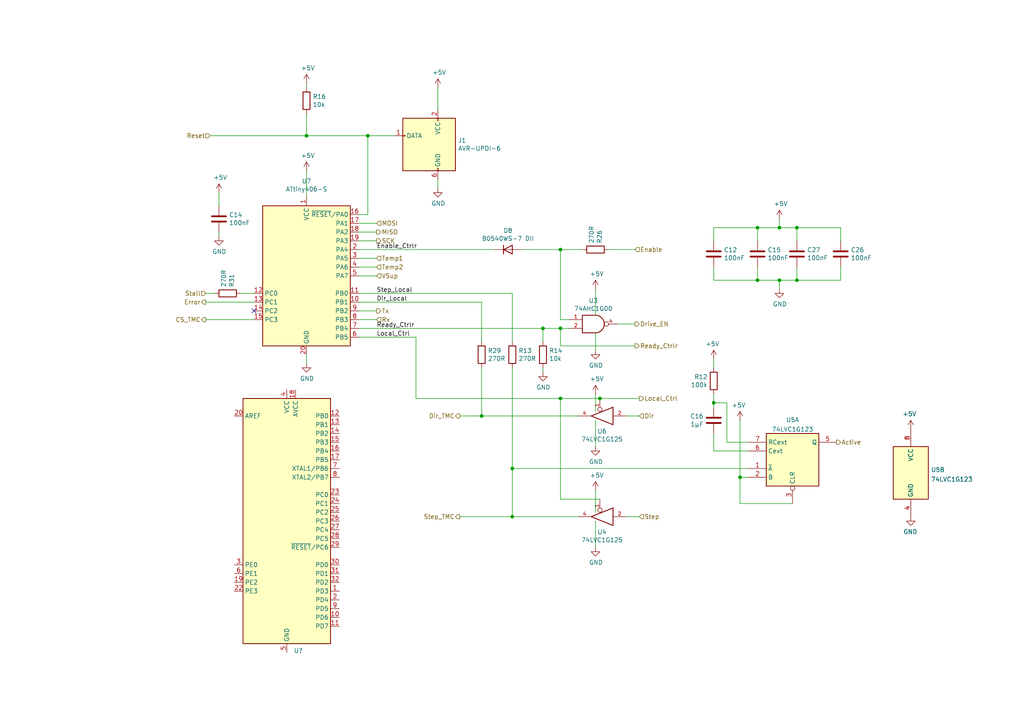
<source format=kicad_sch>
(kicad_sch (version 20211123) (generator eeschema)
  (paper "A4")
  (title_block (title "High Power Stepper Driver") (date "2019-12-19") (rev "1.0") (company "fordprfkt@googlemail.com") (comment 1 "Daniel Walter"))
  (lib_symbols
    (symbol "74xGxx:74AHC1G00" (pin_names (offset 1.016))
      (property "Reference" "U" (at -2.54 3.81 0))
      (property "Value" "74AHC1G00" (at 0 -3.81 0))
      (symbol "74AHC1G00_0_1"
        (arc (start 0 -2.54) (mid 2.54 0) (end 0 2.54) (stroke (width 0.254)))
        (polyline (pts (xy 0 -2.54) (xy -3.81 -2.54) (xy -3.81 2.54) (xy 0 2.54)) (stroke (width 0.254)))
      )
      (symbol "74AHC1G00_1_1"
        (pin input line (at -7.62 1.27 0) (length 3.81) (name "~") (number "1"))
        (pin input line (at -7.62 -1.27 0) (length 3.81) (name "~") (number "2"))
        (pin power_in line (at 0 -2.54 270) (length 0) hide (name "GND") (number "3"))
        (pin output inverted (at 6.35 0 180) (length 3.81) (name "~") (number "4"))
        (pin power_in line (at 0 2.54 90) (length 0) hide (name "VCC") (number "5"))
      )
    )
    (symbol "74xGxx:74LVC1G123"
      (property "Reference" "U" (at -5.08 8.89 0))
      (property "Value" "74LVC1G123" (at -1.27 8.89 0))
      (symbol "74LVC1G123_1_1"
        (rectangle (start -7.62 7.62) (end 7.62 -7.62) (stroke (width 0.254)) (fill (type background)))
        (pin input line (at -12.7 -2.54 0) (length 5.08) (name "~{A}") (number "1"))
        (pin input line (at -12.7 -5.08 0) (length 5.08) (name "B") (number "2"))
        (pin input inverted (at 0 -12.7 90) (length 5.08) (name "CLR") (number "3"))
        (pin output line (at 12.7 5.08 180) (length 5.08) (name "Q") (number "5"))
        (pin input line (at -12.7 2.54 0) (length 5.08) (name "Cext") (number "6"))
        (pin input line (at -12.7 5.08 0) (length 5.08) (name "RCext") (number "7"))
      )
      (symbol "74LVC1G123_2_1"
        (rectangle (start -5.08 7.62) (end 5.08 -7.62) (stroke (width 0.254)) (fill (type background)))
        (pin power_in line (at 0 -12.7 90) (length 5.08) (name "GND") (number "4"))
        (pin power_in line (at 0 12.7 270) (length 5.08) (name "VCC") (number "8"))
      )
    )
    (symbol "74xGxx:74LVC1G125" (pin_names (offset 1.016))
      (property "Reference" "U" (at -2.54 3.81 0))
      (property "Value" "74LVC1G125" (at 0 -3.81 0))
      (symbol "74LVC1G125_0_1"
        (polyline (pts (xy -3.81 2.54) (xy -3.81 -2.54) (xy 2.54 0) (xy -3.81 2.54)) (stroke (width 0.254)))
      )
      (symbol "74LVC1G125_1_1"
        (pin input inverted (at 0 5.08 270) (length 3.81) (name "~") (number "1"))
        (pin input line (at -7.62 0 0) (length 3.81) (name "~") (number "2"))
        (pin power_in line (at 1.27 -1.27 270) (length 0) hide (name "GND") (number "3"))
        (pin tri_state line (at 6.35 0 180) (length 3.81) (name "~") (number "4"))
        (pin power_in line (at 1.27 1.27 90) (length 0) hide (name "VCC") (number "5"))
      )
    )
    (symbol "Connector:AVR-UPDI-6" (pin_names (offset 1.016))
      (property "Reference" "J" (at -6.35 8.89 0))
      (property "Value" "AVR-UPDI-6" (at 0 8.89 0))
      (symbol "AVR-UPDI-6_0_1"
        (rectangle (start -2.667 -6.858) (end -2.413 -7.62))
        (rectangle (start -2.667 7.62) (end -2.413 6.858))
        (rectangle (start 7.62 2.667) (end 6.858 2.413))
        (rectangle (start 7.62 7.62) (end -7.62 -7.62) (stroke (width 0.254)) (fill (type background)))
      )
      (symbol "AVR-UPDI-6_1_1"
        (pin passive line (at 10.16 2.54 180) (length 2.54) (name "DATA") (number "1"))
        (pin passive line (at -2.54 10.16 270) (length 2.54) (name "VCC") (number "2"))
        (pin no_connect line (at 7.62 0 180) (length 2.54) hide (name "NC") (number "3"))
        (pin no_connect line (at 7.62 -2.54 180) (length 2.54) hide (name "NC") (number "4"))
        (pin no_connect line (at 7.62 -5.08 180) (length 2.54) hide (name "NC") (number "5"))
        (pin passive line (at -2.54 -10.16 90) (length 2.54) (name "GND") (number "6"))
      )
    )
    (symbol "Device:C" (pin_numbers hide) (pin_names (offset 0.254))
      (property "Reference" "C" (at 0.635 2.54 0))
      (property "Value" "C" (at 0.635 -2.54 0))
      (symbol "C_0_1"
        (polyline (pts (xy -2.032 -0.762) (xy 2.032 -0.762)) (stroke (width 0.508)))
        (polyline (pts (xy -2.032 0.762) (xy 2.032 0.762)) (stroke (width 0.508)))
      )
      (symbol "C_1_1"
        (pin passive line (at 0 3.81 270) (length 2.794) (name "~") (number "1"))
        (pin passive line (at 0 -3.81 90) (length 2.794) (name "~") (number "2"))
      )
    )
    (symbol "Device:D" (pin_numbers hide) (pin_names (offset 1.016) hide)
      (property "Reference" "D" (at 0 2.54 0))
      (property "Value" "D" (at 0 -2.54 0))
      (symbol "D_0_1"
        (polyline (pts (xy -1.27 1.27) (xy -1.27 -1.27)) (stroke (width 0.254)))
        (polyline (pts (xy 1.27 0) (xy -1.27 0)))
        (polyline (pts (xy 1.27 1.27) (xy 1.27 -1.27) (xy -1.27 0) (xy 1.27 1.27)) (stroke (width 0.254)))
      )
      (symbol "D_1_1"
        (pin passive line (at -3.81 0 0) (length 2.54) (name "K") (number "1"))
        (pin passive line (at 3.81 0 180) (length 2.54) (name "A") (number "2"))
      )
    )
    (symbol "Device:R" (pin_numbers hide) (pin_names (offset 0))
      (property "Reference" "R" (at 2.032 0 90))
      (property "Value" "R" (at 0 0 90))
      (symbol "R_0_1"
        (rectangle (start -1.016 -2.54) (end 1.016 2.54) (stroke (width 0.254)))
      )
      (symbol "R_1_1"
        (pin passive line (at 0 3.81 270) (length 1.27) (name "~") (number "1"))
        (pin passive line (at 0 -3.81 90) (length 1.27) (name "~") (number "2"))
      )
    )
    (symbol "MCU_Microchip_ATmega:ATmega328PB-A"
      (property "Reference" "U" (at -12.7 36.83 0))
      (property "Value" "ATmega328PB-A" (at 2.54 -36.83 0))
      (symbol "ATmega328PB-A_0_1"
        (rectangle (start -12.7 -35.56) (end 12.7 35.56) (stroke (width 0.254)) (fill (type background)))
      )
      (symbol "ATmega328PB-A_1_1"
        (pin bidirectional line (at 15.24 -20.32 180) (length 2.54) (name "PD3") (number "1"))
        (pin bidirectional line (at 15.24 -27.94 180) (length 2.54) (name "PD6") (number "10"))
        (pin bidirectional line (at 15.24 -30.48 180) (length 2.54) (name "PD7") (number "11"))
        (pin bidirectional line (at 15.24 30.48 180) (length 2.54) (name "PB0") (number "12"))
        (pin bidirectional line (at 15.24 27.94 180) (length 2.54) (name "PB1") (number "13"))
        (pin bidirectional line (at 15.24 25.4 180) (length 2.54) (name "PB2") (number "14"))
        (pin bidirectional line (at 15.24 22.86 180) (length 2.54) (name "PB3") (number "15"))
        (pin bidirectional line (at 15.24 20.32 180) (length 2.54) (name "PB4") (number "16"))
        (pin bidirectional line (at 15.24 17.78 180) (length 2.54) (name "PB5") (number "17"))
        (pin power_in line (at 2.54 38.1 270) (length 2.54) (name "AVCC") (number "18"))
        (pin bidirectional line (at -15.24 -17.78 0) (length 2.54) (name "PE2") (number "19"))
        (pin bidirectional line (at 15.24 -22.86 180) (length 2.54) (name "PD4") (number "2"))
        (pin passive line (at -15.24 30.48 0) (length 2.54) (name "AREF") (number "20"))
        (pin passive line (at 0 -38.1 90) (length 2.54) hide (name "GND") (number "21"))
        (pin bidirectional line (at -15.24 -20.32 0) (length 2.54) (name "PE3") (number "22"))
        (pin bidirectional line (at 15.24 7.62 180) (length 2.54) (name "PC0") (number "23"))
        (pin bidirectional line (at 15.24 5.08 180) (length 2.54) (name "PC1") (number "24"))
        (pin bidirectional line (at 15.24 2.54 180) (length 2.54) (name "PC2") (number "25"))
        (pin bidirectional line (at 15.24 0 180) (length 2.54) (name "PC3") (number "26"))
        (pin bidirectional line (at 15.24 -2.54 180) (length 2.54) (name "PC4") (number "27"))
        (pin bidirectional line (at 15.24 -5.08 180) (length 2.54) (name "PC5") (number "28"))
        (pin bidirectional line (at 15.24 -7.62 180) (length 2.54) (name "~{RESET}/PC6") (number "29"))
        (pin bidirectional line (at -15.24 -12.7 0) (length 2.54) (name "PE0") (number "3"))
        (pin bidirectional line (at 15.24 -12.7 180) (length 2.54) (name "PD0") (number "30"))
        (pin bidirectional line (at 15.24 -15.24 180) (length 2.54) (name "PD1") (number "31"))
        (pin bidirectional line (at 15.24 -17.78 180) (length 2.54) (name "PD2") (number "32"))
        (pin power_in line (at 0 38.1 270) (length 2.54) (name "VCC") (number "4"))
        (pin power_in line (at 0 -38.1 90) (length 2.54) (name "GND") (number "5"))
        (pin bidirectional line (at -15.24 -15.24 0) (length 2.54) (name "PE1") (number "6"))
        (pin bidirectional line (at 15.24 15.24 180) (length 2.54) (name "XTAL1/PB6") (number "7"))
        (pin bidirectional line (at 15.24 12.7 180) (length 2.54) (name "XTAL2/PB7") (number "8"))
        (pin bidirectional line (at 15.24 -25.4 180) (length 2.54) (name "PD5") (number "9"))
      )
    )
    (symbol "MCU_Microchip_ATtiny:ATtiny406-S"
      (property "Reference" "U" (at -12.7 21.59 0))
      (property "Value" "ATtiny406-S" (at 2.54 -21.59 0))
      (symbol "ATtiny406-S_0_1"
        (rectangle (start -12.7 -20.32) (end 12.7 20.32) (stroke (width 0.254)) (fill (type background)))
      )
      (symbol "ATtiny406-S_1_1"
        (pin power_in line (at 0 22.86 270) (length 2.54) (name "VCC") (number "1"))
        (pin bidirectional line (at 15.24 -7.62 180) (length 2.54) (name "PB1") (number "10"))
        (pin bidirectional line (at 15.24 -5.08 180) (length 2.54) (name "PB0") (number "11"))
        (pin bidirectional line (at -15.24 -5.08 0) (length 2.54) (name "PC0") (number "12"))
        (pin bidirectional line (at -15.24 -7.62 0) (length 2.54) (name "PC1") (number "13"))
        (pin bidirectional line (at -15.24 -10.16 0) (length 2.54) (name "PC2") (number "14"))
        (pin bidirectional line (at -15.24 -12.7 0) (length 2.54) (name "PC3") (number "15"))
        (pin bidirectional line (at 15.24 17.78 180) (length 2.54) (name "~{RESET}/PA0") (number "16"))
        (pin bidirectional line (at 15.24 15.24 180) (length 2.54) (name "PA1") (number "17"))
        (pin bidirectional line (at 15.24 12.7 180) (length 2.54) (name "PA2") (number "18"))
        (pin bidirectional line (at 15.24 10.16 180) (length 2.54) (name "PA3") (number "19"))
        (pin bidirectional line (at 15.24 7.62 180) (length 2.54) (name "PA4") (number "2"))
        (pin power_in line (at 0 -22.86 90) (length 2.54) (name "GND") (number "20"))
        (pin bidirectional line (at 15.24 5.08 180) (length 2.54) (name "PA5") (number "3"))
        (pin bidirectional line (at 15.24 2.54 180) (length 2.54) (name "PA6") (number "4"))
        (pin bidirectional line (at 15.24 0 180) (length 2.54) (name "PA7") (number "5"))
        (pin bidirectional line (at 15.24 -17.78 180) (length 2.54) (name "PB5") (number "6"))
        (pin bidirectional line (at 15.24 -15.24 180) (length 2.54) (name "PB4") (number "7"))
        (pin bidirectional line (at 15.24 -12.7 180) (length 2.54) (name "PB3") (number "8"))
        (pin bidirectional line (at 15.24 -10.16 180) (length 2.54) (name "PB2") (number "9"))
      )
    )
    (symbol "power:+5V" (power) (pin_names (offset 0))
      (property "Value" "+5V" (at 0 3.556 0))
      (symbol "+5V_0_1"
        (polyline (pts (xy -0.762 1.27) (xy 0 2.54)))
        (polyline (pts (xy 0 0) (xy 0 2.54)))
        (polyline (pts (xy 0 2.54) (xy 0.762 1.27)))
      )
      (symbol "+5V_1_1"
        (pin power_in line (at 0 0 90) (length 0) hide (name "+5V") (number "1"))
      )
    )
    (symbol "power:GND" (power) (pin_names (offset 0))
      (property "Value" "GND" (at 0 -3.81 0))
      (symbol "GND_0_1"
        (polyline (pts (xy 0 0) (xy 0 -1.27) (xy 1.27 -1.27) (xy 0 -2.54) (xy -1.27 -1.27) (xy 0 -1.27)))
      )
      (symbol "GND_1_1"
        (pin power_in line (at 0 0 270) (length 0) hide (name "GND") (number "1"))
      )
    )
  )
  (junction (at 139.7 120.65))
  (junction (at 162.56 95.25))
  (junction (at 226.06 66.04))
  (junction (at 157.48 95.25))
  (junction (at 106.68 39.37))
  (junction (at 226.06 81.28))
  (junction (at 88.9 39.37))
  (junction (at 207.01 116.84))
  (junction (at 214.63 138.43))
  (junction (at 231.14 66.04))
  (junction (at 148.59 135.89))
  (junction (at 219.71 66.04))
  (junction (at 162.56 115.57))
  (junction (at 219.71 81.28))
  (junction (at 173.99 115.57))
  (junction (at 162.56 72.39))
  (junction (at 148.59 149.86))
  (junction (at 231.14 81.28))
  (no_connect (at 73.66 90.17))
  (wire (pts (xy 179.07 93.98) (xy 184.15 93.98)))
  (wire (pts (xy 173.99 115.57) (xy 185.42 115.57)))
  (wire (pts (xy 162.56 100.33) (xy 184.15 100.33)))
  (wire (pts (xy 219.71 66.04) (xy 207.01 66.04)))
  (wire (pts (xy 157.48 99.06) (xy 157.48 95.25)))
  (wire (pts (xy 69.85 85.09) (xy 73.66 85.09)))
  (wire (pts (xy 219.71 81.28) (xy 207.01 81.28)))
  (wire (pts (xy 133.35 120.65) (xy 139.7 120.65)))
  (wire (pts (xy 127 54.61) (xy 127 52.07)))
  (wire (pts (xy 162.56 115.57) (xy 120.65 115.57)))
  (wire (pts (xy 207.01 130.81) (xy 207.01 125.73)))
  (wire (pts (xy 88.9 105.41) (xy 88.9 102.87)))
  (wire (pts (xy 162.56 72.39) (xy 168.91 72.39)))
  (wire (pts (xy 185.42 149.86) (xy 181.61 149.86)))
  (wire (pts (xy 173.99 144.78) (xy 162.56 144.78)))
  (wire (pts (xy 59.69 85.09) (xy 62.23 85.09)))
  (wire (pts (xy 127 31.75) (xy 127 25.4)))
  (wire (pts (xy 63.5 68.58) (xy 63.5 67.31)))
  (wire (pts (xy 226.06 81.28) (xy 219.71 81.28)))
  (wire (pts (xy 133.35 149.86) (xy 148.59 149.86)))
  (wire (pts (xy 172.72 119.38) (xy 172.72 114.3)))
  (wire (pts (xy 139.7 99.06) (xy 139.7 87.63)))
  (wire (pts (xy 172.72 91.44) (xy 172.72 83.82)))
  (wire (pts (xy 207.01 116.84) (xy 210.82 116.84)))
  (wire (pts (xy 226.06 66.04) (xy 219.71 66.04)))
  (wire (pts (xy 157.48 107.95) (xy 157.48 106.68)))
  (wire (pts (xy 120.65 97.79) (xy 120.65 115.57)))
  (wire (pts (xy 231.14 81.28) (xy 231.14 77.47)))
  (wire (pts (xy 231.14 66.04) (xy 226.06 66.04)))
  (wire (pts (xy 231.14 81.28) (xy 226.06 81.28)))
  (wire (pts (xy 148.59 135.89) (xy 217.17 135.89)))
  (wire (pts (xy 106.68 39.37) (xy 106.68 62.23)))
  (wire (pts (xy 60.96 39.37) (xy 88.9 39.37)))
  (wire (pts (xy 173.99 115.57) (xy 162.56 115.57)))
  (wire (pts (xy 88.9 57.15) (xy 88.9 49.53)))
  (wire (pts (xy 148.59 85.09) (xy 148.59 99.06)))
  (wire (pts (xy 226.06 66.04) (xy 226.06 63.5)))
  (wire (pts (xy 162.56 95.25) (xy 162.56 100.33)))
  (wire (pts (xy 162.56 115.57) (xy 162.56 144.78)))
  (wire (pts (xy 162.56 92.71) (xy 165.1 92.71)))
  (wire (pts (xy 207.01 116.84) (xy 207.01 118.11)))
  (wire (pts (xy 162.56 95.25) (xy 165.1 95.25)))
  (wire (pts (xy 243.84 66.04) (xy 243.84 69.85)))
  (wire (pts (xy 109.22 74.93) (xy 104.14 74.93)))
  (wire (pts (xy 104.14 97.79) (xy 120.65 97.79)))
  (wire (pts (xy 172.72 101.6) (xy 172.72 96.52)))
  (wire (pts (xy 231.14 66.04) (xy 243.84 66.04)))
  (wire (pts (xy 139.7 120.65) (xy 139.7 106.68)))
  (wire (pts (xy 210.82 128.27) (xy 217.17 128.27)))
  (wire (pts (xy 148.59 106.68) (xy 148.59 135.89)))
  (wire (pts (xy 172.72 148.59) (xy 172.72 142.24)))
  (wire (pts (xy 88.9 39.37) (xy 106.68 39.37)))
  (wire (pts (xy 148.59 149.86) (xy 167.64 149.86)))
  (wire (pts (xy 207.01 66.04) (xy 207.01 69.85)))
  (wire (pts (xy 207.01 81.28) (xy 207.01 77.47)))
  (wire (pts (xy 109.22 64.77) (xy 104.14 64.77)))
  (wire (pts (xy 172.72 158.75) (xy 172.72 151.13)))
  (wire (pts (xy 207.01 104.14) (xy 207.01 106.68)))
  (wire (pts (xy 151.13 72.39) (xy 162.56 72.39)))
  (wire (pts (xy 219.71 66.04) (xy 219.71 69.85)))
  (wire (pts (xy 214.63 138.43) (xy 217.17 138.43)))
  (wire (pts (xy 109.22 77.47) (xy 104.14 77.47)))
  (wire (pts (xy 162.56 95.25) (xy 157.48 95.25)))
  (wire (pts (xy 231.14 81.28) (xy 243.84 81.28)))
  (wire (pts (xy 104.14 85.09) (xy 148.59 85.09)))
  (wire (pts (xy 226.06 83.82) (xy 226.06 81.28)))
  (wire (pts (xy 185.42 120.65) (xy 181.61 120.65)))
  (wire (pts (xy 104.14 95.25) (xy 157.48 95.25)))
  (wire (pts (xy 109.22 67.31) (xy 104.14 67.31)))
  (wire (pts (xy 104.14 90.17) (xy 109.22 90.17)))
  (wire (pts (xy 207.01 114.3) (xy 207.01 116.84)))
  (wire (pts (xy 88.9 25.4) (xy 88.9 24.13)))
  (wire (pts (xy 217.17 130.81) (xy 207.01 130.81)))
  (wire (pts (xy 143.51 72.39) (xy 104.14 72.39)))
  (wire (pts (xy 104.14 87.63) (xy 139.7 87.63)))
  (wire (pts (xy 214.63 146.05) (xy 229.87 146.05)))
  (wire (pts (xy 139.7 120.65) (xy 167.64 120.65)))
  (wire (pts (xy 162.56 72.39) (xy 162.56 92.71)))
  (wire (pts (xy 214.63 138.43) (xy 214.63 146.05)))
  (wire (pts (xy 172.72 129.54) (xy 172.72 121.92)))
  (wire (pts (xy 231.14 66.04) (xy 231.14 69.85)))
  (wire (pts (xy 210.82 116.84) (xy 210.82 128.27)))
  (wire (pts (xy 104.14 92.71) (xy 109.22 92.71)))
  (wire (pts (xy 109.22 80.01) (xy 104.14 80.01)))
  (wire (pts (xy 184.15 72.39) (xy 176.53 72.39)))
  (wire (pts (xy 243.84 81.28) (xy 243.84 77.47)))
  (wire (pts (xy 106.68 39.37) (xy 114.3 39.37)))
  (wire (pts (xy 73.66 87.63) (xy 59.69 87.63)))
  (wire (pts (xy 148.59 135.89) (xy 148.59 149.86)))
  (wire (pts (xy 63.5 59.69) (xy 63.5 55.88)))
  (wire (pts (xy 88.9 33.02) (xy 88.9 39.37)))
  (wire (pts (xy 214.63 121.92) (xy 214.63 138.43)))
  (wire (pts (xy 106.68 62.23) (xy 104.14 62.23)))
  (wire (pts (xy 73.66 92.71) (xy 59.69 92.71)))
  (wire (pts (xy 109.22 69.85) (xy 104.14 69.85)))
  (wire (pts (xy 219.71 81.28) (xy 219.71 77.47)))
  (label "Local_Ctrl" (at 109.22 97.79 0))
  (label "Step_Local" (at 109.22 85.09 0))
  (label "Dir_Local" (at 109.22 87.63 0))
  (label "Enable_Ctrlr" (at 109.22 72.39 0))
  (label "Ready_Ctrlr" (at 109.22 95.25 0))
  (hierarchical_label "Step_TMC" (shape output) (at 133.35 149.86 180))
  (hierarchical_label "MISO" (shape output) (at 109.22 67.31 0))
  (hierarchical_label "Reset" (shape input) (at 60.96 39.37 180))
  (hierarchical_label "Ready_Ctrlr" (shape output) (at 184.15 100.33 0))
  (hierarchical_label "Temp2" (shape input) (at 109.22 77.47 0))
  (hierarchical_label "Enable" (shape input) (at 184.15 72.39 0))
  (hierarchical_label "Local_Ctrl" (shape output) (at 185.42 115.57 0))
  (hierarchical_label "Step" (shape input) (at 185.42 149.86 0))
  (hierarchical_label "MOSI" (shape input) (at 109.22 64.77 0))
  (hierarchical_label "CS_TMC" (shape output) (at 59.69 92.71 180))
  (hierarchical_label "Dir" (shape input) (at 185.42 120.65 0))
  (hierarchical_label "VSup" (shape input) (at 109.22 80.01 0))
  (hierarchical_label "Rx" (shape input) (at 109.22 92.71 0))
  (hierarchical_label "Drive_EN" (shape output) (at 184.15 93.98 0))
  (hierarchical_label "Error" (shape output) (at 59.69 87.63 180))
  (hierarchical_label "Active" (shape output) (at 242.57 128.27 0))
  (hierarchical_label "Stall" (shape input) (at 59.69 85.09 180))
  (hierarchical_label "Temp1" (shape input) (at 109.22 74.93 0))
  (hierarchical_label "Tx" (shape output) (at 109.22 90.17 0))
  (hierarchical_label "SCK" (shape output) (at 109.22 69.85 0))
  (hierarchical_label "Dir_TMC" (shape output) (at 133.35 120.65 180))
  (symbol (lib_id "power:+5V") (at 63.5 55.88 0) (unit 1)
    (property "Reference" "#PWR069" (effects hide))
    (property "Value" "+5V" (at 63.881 51.4858 0))
  )
  (symbol (lib_id "power:+5V") (at 88.9 24.13 0) (unit 1)
    (property "Reference" "#PWR079" (effects hide))
    (property "Value" "+5V" (at 89.281 19.7358 0))
  )
  (symbol (lib_id "Device:C") (at 63.5 63.5 0) (unit 1)
    (property "Reference" "C14" (at 66.421 62.3316 0) (effects (justify left)))
    (property "Value" "100nF" (at 66.421 64.643 0) (effects (justify left)))
    (property "Footprint" "Capacitor_SMD:C_0805_2012Metric" (effects hide))
  )
  (symbol (lib_id "power:GND") (at 63.5 68.58 0) (unit 1)
    (property "Reference" "#PWR071" (effects hide))
    (property "Value" "GND" (at 63.627 72.9742 0))
  )
  (symbol (lib_id "74xGxx:74AHC1G00") (at 172.72 93.98 0) (unit 1)
    (property "Reference" "U3" (at 172.085 87.1982 0))
    (property "Value" "74AHC1G00" (at 172.085 89.5096 0))
    (property "Footprint" "Package_TO_SOT_SMD:SOT-23-5" (effects hide))
    (property "Datasheet" "http://www.ti.com/lit/sg/scyt129e/scyt129e.pdf" (effects hide))
  )
  (symbol (lib_id "74xGxx:74LVC1G125") (at 173.99 120.65 0) (mirror y) (unit 1)
    (property "Reference" "U6" (at 174.625 125.095 0))
    (property "Value" "74LVC1G125" (at 174.625 127.4064 0))
    (property "Footprint" "Package_TO_SOT_SMD:SOT-23-5" (effects hide))
    (property "Datasheet" "http://www.ti.com/lit/sg/scyt129e/scyt129e.pdf" (effects hide))
  )
  (symbol (lib_id "74xGxx:74LVC1G125") (at 173.99 149.86 0) (mirror y) (unit 1)
    (property "Reference" "U4" (at 174.625 154.305 0))
    (property "Value" "74LVC1G125" (at 174.625 156.6164 0))
    (property "Footprint" "Package_TO_SOT_SMD:SOT-23-5" (effects hide))
    (property "Datasheet" "http://www.ti.com/lit/sg/scyt129e/scyt129e.pdf" (effects hide))
  )
  (symbol (lib_id "power:GND") (at 172.72 158.75 0) (unit 1)
    (property "Reference" "#PWR078" (effects hide))
    (property "Value" "GND" (at 172.847 163.1442 0))
  )
  (symbol (lib_id "power:GND") (at 172.72 101.6 0) (unit 1)
    (property "Reference" "#PWR074" (effects hide))
    (property "Value" "GND" (at 172.847 105.9942 0))
  )
  (symbol (lib_id "power:GND") (at 172.72 129.54 0) (unit 1)
    (property "Reference" "#PWR076" (effects hide))
    (property "Value" "GND" (at 172.847 133.9342 0))
  )
  (symbol (lib_id "power:+5V") (at 172.72 83.82 0) (unit 1)
    (property "Reference" "#PWR073" (effects hide))
    (property "Value" "+5V" (at 173.101 79.4258 0))
  )
  (symbol (lib_id "power:+5V") (at 172.72 114.3 0) (unit 1)
    (property "Reference" "#PWR075" (effects hide))
    (property "Value" "+5V" (at 173.101 109.9058 0))
  )
  (symbol (lib_id "power:+5V") (at 172.72 142.24 0) (unit 1)
    (property "Reference" "#PWR077" (effects hide))
    (property "Value" "+5V" (at 173.101 137.8458 0))
  )
  (symbol (lib_id "Device:C") (at 219.71 73.66 0) (unit 1)
    (property "Reference" "C15" (at 222.631 72.4916 0) (effects (justify left)))
    (property "Value" "100nF" (at 222.631 74.803 0) (effects (justify left)))
    (property "Footprint" "Capacitor_SMD:C_0805_2012Metric" (effects hide))
  )
  (symbol (lib_id "Device:C") (at 231.14 73.66 0) (unit 1)
    (property "Reference" "C27" (at 234.061 72.4916 0) (effects (justify left)))
    (property "Value" "100nF" (at 234.061 74.803 0) (effects (justify left)))
    (property "Footprint" "Capacitor_SMD:C_0805_2012Metric" (effects hide))
  )
  (symbol (lib_id "Device:C") (at 243.84 73.66 0) (unit 1)
    (property "Reference" "C26" (at 246.761 72.4916 0) (effects (justify left)))
    (property "Value" "100nF" (at 246.761 74.803 0) (effects (justify left)))
    (property "Footprint" "Capacitor_SMD:C_0805_2012Metric" (effects hide))
  )
  (symbol (lib_id "power:GND") (at 127 54.61 0) (unit 1)
    (property "Reference" "#PWR063" (effects hide))
    (property "Value" "GND" (at 127.127 59.0042 0))
  )
  (symbol (lib_id "Device:R") (at 139.7 102.87 180) (unit 1)
    (property "Reference" "R29" (at 141.478 101.7016 0) (effects (justify right)))
    (property "Value" "270R" (at 141.478 104.013 0) (effects (justify right)))
    (property "Footprint" "Resistor_SMD:R_0805_2012Metric" (effects hide))
  )
  (symbol (lib_id "Device:R") (at 148.59 102.87 180) (unit 1)
    (property "Reference" "R13" (at 150.368 101.7016 0) (effects (justify right)))
    (property "Value" "270R" (at 150.368 104.013 0) (effects (justify right)))
    (property "Footprint" "Resistor_SMD:R_0805_2012Metric" (effects hide))
  )
  (symbol (lib_id "74xGxx:74LVC1G123") (at 229.87 133.35 0) (unit 1)
    (property "Reference" "U5" (at 229.87 121.7635 0))
    (property "Value" "74LVC1G123" (at 229.87 124.5386 0))
    (property "Footprint" "Package_SO:VSSOP-8_3.0x3.0mm_P0.65mm" (effects hide))
    (property "Datasheet" "http://www.ti.com/lit/ds/symlink/sn74lvc1g123.pdf" (effects hide))
  )
  (symbol (lib_id "power:GND") (at 264.16 149.86 0) (mirror y) (unit 1)
    (property "Reference" "#PWR065" (effects hide))
    (property "Value" "GND" (at 264.033 154.2542 0))
  )
  (symbol (lib_id "power:+5V") (at 264.16 124.46 0) (mirror y) (unit 1)
    (property "Reference" "#PWR064" (effects hide))
    (property "Value" "+5V" (at 263.779 120.0658 0))
  )
  (symbol (lib_id "Device:C") (at 207.01 121.92 0) (mirror x) (unit 1)
    (property "Reference" "C16" (at 204.089 120.7516 0) (effects (justify right)))
    (property "Value" "1µF" (at 204.089 123.063 0) (effects (justify right)))
    (property "Footprint" "Capacitor_SMD:C_0805_2012Metric" (effects hide))
  )
  (symbol (lib_id "Device:R") (at 207.01 110.49 0) (mirror y) (unit 1)
    (property "Reference" "R12" (at 205.232 109.3216 0) (effects (justify left)))
    (property "Value" "100k" (at 205.232 111.633 0) (effects (justify left)))
    (property "Footprint" "Resistor_SMD:R_0805_2012Metric" (effects hide))
  )
  (symbol (lib_id "power:+5V") (at 214.63 121.92 0) (mirror y) (unit 1)
    (property "Reference" "#PWR068" (effects hide))
    (property "Value" "+5V" (at 214.249 117.5258 0))
  )
  (symbol (lib_id "power:+5V") (at 207.01 104.14 0) (mirror y) (unit 1)
    (property "Reference" "#PWR067" (effects hide))
    (property "Value" "+5V" (at 206.629 99.7458 0))
  )
  (symbol (lib_id "Device:R") (at 157.48 102.87 180) (unit 1)
    (property "Reference" "R14" (at 159.258 101.7016 0) (effects (justify right)))
    (property "Value" "10k" (at 159.258 104.013 0) (effects (justify right)))
    (property "Footprint" "Resistor_SMD:R_0805_2012Metric" (effects hide))
  )
  (symbol (lib_id "power:GND") (at 157.48 107.95 0) (unit 1)
    (property "Reference" "#PWR072" (effects hide))
    (property "Value" "GND" (at 157.607 112.3442 0))
  )
  (symbol (lib_id "Device:R") (at 66.04 85.09 90) (mirror x) (unit 1)
    (property "Reference" "R31" (at 67.2084 83.312 0) (effects (justify right)))
    (property "Value" "270R" (at 64.897 83.312 0) (effects (justify right)))
    (property "Footprint" "Resistor_SMD:R_0805_2012Metric" (effects hide))
  )
  (symbol (lib_id "Device:C") (at 207.01 73.66 0) (unit 1)
    (property "Reference" "C12" (at 209.931 72.4916 0) (effects (justify left)))
    (property "Value" "100nF" (at 209.931 74.803 0) (effects (justify left)))
    (property "Footprint" "Capacitor_SMD:C_0805_2012Metric" (effects hide))
  )
  (symbol (lib_id "power:+5V") (at 226.06 63.5 0) (unit 1)
    (property "Reference" "#PWR081" (effects hide))
    (property "Value" "+5V" (at 226.441 59.1058 0))
  )
  (symbol (lib_id "power:GND") (at 226.06 83.82 0) (unit 1)
    (property "Reference" "#PWR082" (effects hide))
    (property "Value" "GND" (at 226.187 88.2142 0))
  )
  (symbol (lib_id "MCU_Microchip_ATtiny:ATtiny406-S") (at 88.9 80.01 0) (unit 1)
    (property "Reference" "U7" (at 88.9 52.5526 0))
    (property "Value" "ATtiny406-S" (at 88.9 54.864 0))
    (property "Footprint" "Package_SO:SOIC-20W_7.5x12.8mm_P1.27mm" (effects hide))
    (property "Datasheet" "http://ww1.microchip.com/downloads/en/DeviceDoc/Microchip%208bit%20mcu%20AVR%20ATtiny406%20data%20sheet%2040001976A.pdf" (effects hide))
  )
  (symbol (lib_id "Connector:AVR-UPDI-6") (at 124.46 41.91 0) (mirror y) (unit 1)
    (property "Reference" "J1" (at 132.842 40.7416 0) (effects (justify right)))
    (property "Value" "AVR-UPDI-6" (at 132.842 43.053 0) (effects (justify right)))
    (property "Footprint" "Connector_IDC:IDC-Header_2x03_P2.54mm_Vertical" (effects hide))
    (property "Datasheet" "https://www.microchip.com/webdoc/GUID-9D10622A-5C16-4405-B092-1BDD437B4976/index.html?GUID-9B349315-2842-4189-B88C-49F4E1055D7F" (effects hide))
  )
  (symbol (lib_id "Device:R") (at 88.9 29.21 0) (unit 1)
    (property "Reference" "R16" (at 90.678 28.0416 0) (effects (justify left)))
    (property "Value" "10k" (at 90.678 30.353 0) (effects (justify left)))
    (property "Footprint" "Resistor_SMD:R_0805_2012Metric" (effects hide))
  )
  (symbol (lib_id "power:GND") (at 88.9 105.41 0) (unit 1)
    (property "Reference" "#PWR0101" (effects hide))
    (property "Value" "GND" (at 89.027 109.8042 0))
  )
  (symbol (lib_id "power:+5V") (at 127 25.4 0) (unit 1)
    (property "Reference" "#PWR0102" (effects hide))
    (property "Value" "+5V" (at 127.381 21.0058 0))
  )
  (symbol (lib_id "power:+5V") (at 88.9 49.53 0) (unit 1)
    (property "Reference" "#PWR0103" (effects hide))
    (property "Value" "+5V" (at 89.281 45.1358 0))
  )
  (symbol (lib_id "Device:R") (at 172.72 72.39 90) (mirror x) (unit 1)
    (property "Reference" "R26" (at 173.8884 70.612 0) (effects (justify right)))
    (property "Value" "270R" (at 171.577 70.612 0) (effects (justify right)))
    (property "Footprint" "Resistor_SMD:R_0805_2012Metric" (effects hide))
  )
  (symbol (lib_id "Device:D") (at 147.32 72.39 0) (unit 1)
    (property "Reference" "D8" (at 147.32 66.8782 0))
    (property "Value" "B0540WS-7 DII" (at 147.32 69.1896 0))
    (property "Footprint" "Diode_SMD:D_SOD-323" (effects hide))
  )
  (symbol (lib_id "74xGxx:74LVC1G123") (at 264.16 137.16 0) (unit 2)
    (property "Reference" "U5" (at 270.002 136.2515 0) (effects (justify left)))
    (property "Value" "74LVC1G123" (at 270.002 139.0266 0) (effects (justify left)))
    (property "Footprint" "Package_SO:VSSOP-8_3.0x3.0mm_P0.65mm" (effects hide))
    (property "Datasheet" "http://www.ti.com/lit/ds/symlink/sn74lvc1g123.pdf" (effects hide))
  )
  (symbol (lib_id "MCU_Microchip_ATmega:ATmega328PB-A") (at 83.185 151.13 0) (unit 1)
    (property "Reference" "U?" (at 85.2044 188.7204 0) (effects (justify left)))
    (property "Datasheet" "http://ww1.microchip.com/downloads/en/DeviceDoc/40001906C.pdf" (effects hide))
  )
)
</source>
